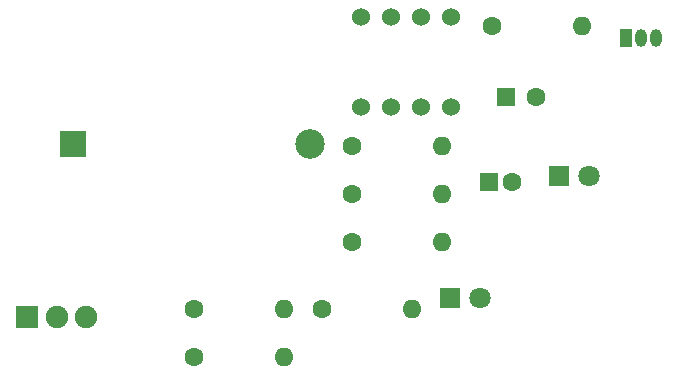
<source format=gbr>
%TF.GenerationSoftware,KiCad,Pcbnew,(6.0.5)*%
%TF.CreationDate,2022-12-22T23:21:59-06:00*%
%TF.ProjectId,555_Badge,3535355f-4261-4646-9765-2e6b69636164,V1*%
%TF.SameCoordinates,Original*%
%TF.FileFunction,Soldermask,Bot*%
%TF.FilePolarity,Negative*%
%FSLAX46Y46*%
G04 Gerber Fmt 4.6, Leading zero omitted, Abs format (unit mm)*
G04 Created by KiCad (PCBNEW (6.0.5)) date 2022-12-22 23:21:59*
%MOMM*%
%LPD*%
G01*
G04 APERTURE LIST*
%ADD10R,1.600000X1.600000*%
%ADD11C,1.600000*%
%ADD12R,2.170000X2.170000*%
%ADD13C,2.500000*%
%ADD14R,1.900000X1.900000*%
%ADD15C,1.900000*%
%ADD16R,1.000000X1.500000*%
%ADD17O,1.000000X1.500000*%
%ADD18O,1.600000X1.600000*%
%ADD19C,1.524000*%
%ADD20R,1.800000X1.800000*%
%ADD21C,1.800000*%
G04 APERTURE END LIST*
D10*
%TO.C,C1*%
X157562841Y-74720000D03*
D11*
X160062841Y-74720000D03*
%TD*%
D12*
%TO.C,BAT1*%
X120900000Y-78700000D03*
D13*
X140900000Y-78700000D03*
%TD*%
D14*
%TO.C,S1*%
X117000000Y-93400000D03*
D15*
X119500000Y-93400000D03*
X122000000Y-93400000D03*
%TD*%
D16*
%TO.C,Q1*%
X167677600Y-69770000D03*
D17*
X168947600Y-69770000D03*
X170217600Y-69770000D03*
%TD*%
D11*
%TO.C,R2*%
X131137600Y-96730000D03*
D18*
X138757600Y-96730000D03*
%TD*%
D19*
%TO.C,U1*%
X145270600Y-75627000D03*
X147810600Y-75627000D03*
X150350600Y-75627000D03*
X152890600Y-75627000D03*
X152890600Y-68007000D03*
X150350600Y-68007000D03*
X147810600Y-68007000D03*
X145270600Y-68007000D03*
%TD*%
D20*
%TO.C,D1*%
X152777600Y-91810000D03*
D21*
X155317600Y-91810000D03*
%TD*%
D10*
%TO.C,C2*%
X156067375Y-81920000D03*
D11*
X158067375Y-81920000D03*
%TD*%
%TO.C,R5*%
X144507600Y-78910000D03*
D18*
X152127600Y-78910000D03*
%TD*%
D11*
%TO.C,R7*%
X156327600Y-68770000D03*
D18*
X163947600Y-68770000D03*
%TD*%
D11*
%TO.C,R1*%
X141907600Y-92680000D03*
D18*
X149527600Y-92680000D03*
%TD*%
D11*
%TO.C,R6*%
X144507600Y-87010000D03*
D18*
X152127600Y-87010000D03*
%TD*%
D20*
%TO.C,D2*%
X162007600Y-81420000D03*
D21*
X164547600Y-81420000D03*
%TD*%
D11*
%TO.C,R3*%
X131137600Y-92680000D03*
D18*
X138757600Y-92680000D03*
%TD*%
D11*
%TO.C,R4*%
X144507600Y-82960000D03*
D18*
X152127600Y-82960000D03*
%TD*%
M02*

</source>
